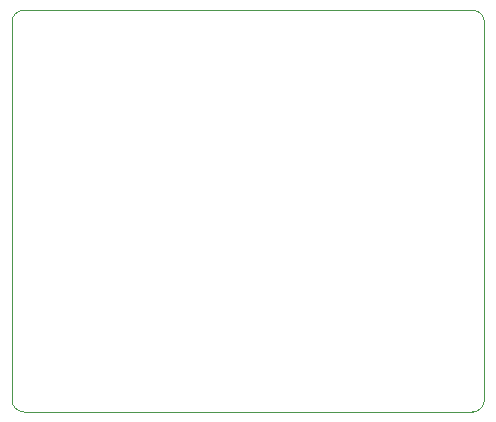
<source format=gbr>
%TF.GenerationSoftware,Altium Limited,Altium Designer,20.1.14 (287)*%
G04 Layer_Color=0*
%FSLAX45Y45*%
%MOMM*%
%TF.SameCoordinates,D919A4BC-3EF6-4BA5-801F-EB9C9E4D33F9*%
%TF.FilePolarity,Positive*%
%TF.FileFunction,Profile,NP*%
%TF.Part,Single*%
G01*
G75*
%TA.AperFunction,Profile*%
%ADD106C,0.02540*%
D106*
X100000Y0D02*
G02*
X0Y100000I0J100000D01*
G01*
X-1Y3300000D01*
X0Y3300000D01*
D02*
G02*
X100000Y3400000I100000J0D01*
G01*
Y3400000D01*
X3900000Y3400000D01*
D02*
G02*
X4000000Y3300000I0J-100000D01*
G01*
Y3300000D01*
X3999999Y100000D01*
X4000000D01*
D02*
G02*
X3900000Y0I-100000J0D01*
G01*
X3900000D01*
X100000D01*
%TF.MD5,0aea740bcf6245c55f73fb288ff7c2a7*%
M02*

</source>
